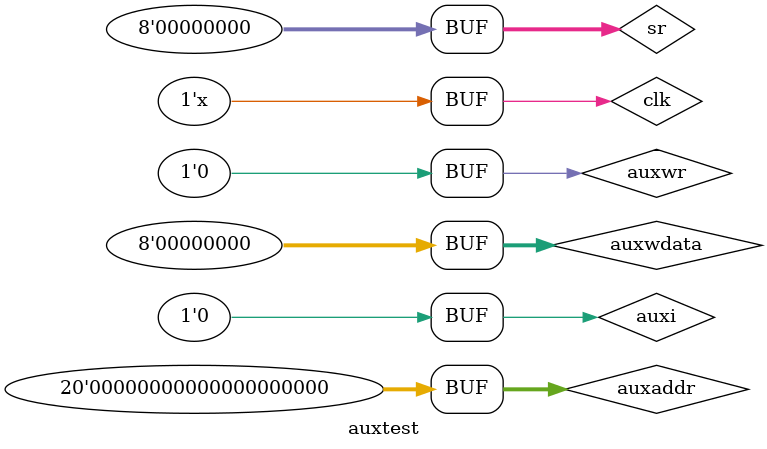
<source format=v>
`include "dport.vh"

module auxtest(
);

	reg clk;
	
	reg [19:0] auxaddr;
	reg [7:0] auxwdata;
	reg auxreq;
	reg auxwr;
	wire auxack;
	wire auxerr;
	wire [7:0] auxrdata;
	
	reg auxi;
	wire auxo;
	wire auxd;
	
	wire debug;
	wire debug2;
	
	aux aux0(clk, auxaddr, auxwdata, auxreq, auxwr, auxack, auxerr, auxrdata, auxi, auxo, auxd, debug, debug2);
	
	initial clk = 1;
	always #5 clk = !clk;
	reg [7:0] sr;
	
	initial begin
		auxaddr = 0;
		auxwdata = 0;
		auxreq = 0;
		auxwr = 0;
		auxi = 0;
		sr = 'hF0;
		
		#1000 auxreq = 1;
		#70000 repeat(41)
			#500 auxi = !auxi;
		#2000 auxi = !auxi;
		#2000 repeat(8) begin
			auxi = sr[7];
			#500 auxi = !auxi;
			#500 sr = {sr[6:0], 1'b0};
		end
		auxi = 1;
		#2000 auxi = !auxi;
	end
	
	always @(posedge clk)
		if(auxack) begin
			auxreq <= 0;
			#20 auxreq <= 1;
		end

endmodule

</source>
